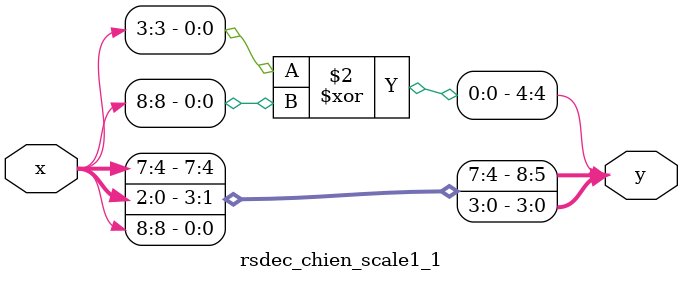
<source format=v>
module rsdec_chien_scale1_1 (y, x);
	input [8:0] x;
	output [8:0] y;
	reg [8:0] y;
	always @ (x)
	begin
		y[0] = x[8];
		y[1] = x[0];
		y[2] = x[1];
		y[3] = x[2];
		y[4] = x[3] ^ x[8];
		y[5] = x[4];
		y[6] = x[5];
		y[7] = x[6];
		y[8] = x[7];
	end
endmodule
</source>
